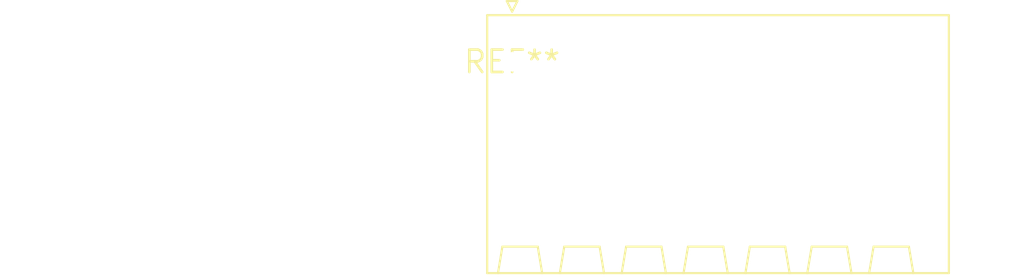
<source format=kicad_pcb>
(kicad_pcb (version 20240108) (generator pcbnew)
  (layers (0 "F.Cu" signal) (31 "B.Cu" signal) (34 "B.Paste" user) (35 "F.Paste" user) (36 "B.SilkS" user "B.Silkscreen") (37 "F.SilkS" user "F.Silkscreen") (38 "B.Mask" user) (39 "F.Mask" user) (44 "Edge.Cuts" user))
  (net 0 "")
  (footprint "PhoenixContact_SPT_1.5_7-H-3.5_1x07_P3.5mm_Horizontal" (layer "F.Cu") (at 0 0)
    (property "Reference" "REF**")
    (property "Value" "PhoenixContact_SPT_1.5_7-H-3.5_1x07_P3.5mm_Horizontal")
    (fp_line (start -1.41 -2.64) (end 24.71 -2.64) (layer "F.SilkS") (stroke (width 0.12)))
    (fp_line (start -1.41 11.98) (end -1.41 -2.64) (layer "F.SilkS") (stroke (width 0.12)))
    (fp_line (start -0.8 11.98) (end -0.55 10.48) (layer "F.SilkS") (stroke (width 0.12)))
    (fp_line (start -0.55 10.48) (end 1.45 10.48) (layer "F.SilkS") (stroke (width 0.12)))
    (fp_line (start -0.3 -3.44) (end 0 -2.84) (layer "F.SilkS") (stroke (width 0.12)))
    (fp_line (start -0.3 -3.44) (end 0.3 -3.44) (layer "F.SilkS") (stroke (width 0.12)))
    (fp_line (start 0.3 -3.44) (end 0 -2.84) (layer "F.SilkS") (stroke (width 0.12)))
    (fp_line (start 1.7 11.98) (end 1.45 10.48) (layer "F.SilkS") (stroke (width 0.12)))
    (fp_line (start 2.7 11.98) (end 2.95 10.48) (layer "F.SilkS") (stroke (width 0.12)))
    (fp_line (start 2.95 10.48) (end 4.95 10.48) (layer "F.SilkS") (stroke (width 0.12)))
    (fp_line (start 5.2 11.98) (end 4.95 10.48) (layer "F.SilkS") (stroke (width 0.12)))
    (fp_line (start 6.2 11.98) (end 6.45 10.48) (layer "F.SilkS") (stroke (width 0.12)))
    (fp_line (start 6.45 10.48) (end 8.45 10.48) (layer "F.SilkS") (stroke (width 0.12)))
    (fp_line (start 8.7 11.98) (end 8.45 10.48) (layer "F.SilkS") (stroke (width 0.12)))
    (fp_line (start 9.7 11.98) (end 9.95 10.48) (layer "F.SilkS") (stroke (width 0.12)))
    (fp_line (start 9.95 10.48) (end 11.95 10.48) (layer "F.SilkS") (stroke (width 0.12)))
    (fp_line (start 12.2 11.98) (end 11.95 10.48) (layer "F.SilkS") (stroke (width 0.12)))
    (fp_line (start 13.2 11.98) (end 13.45 10.48) (layer "F.SilkS") (stroke (width 0.12)))
    (fp_line (start 13.45 10.48) (end 15.45 10.48) (layer "F.SilkS") (stroke (width 0.12)))
    (fp_line (start 15.7 11.98) (end 15.45 10.48) (layer "F.SilkS") (stroke (width 0.12)))
    (fp_line (start 16.7 11.98) (end 16.95 10.48) (layer "F.SilkS") (stroke (width 0.12)))
    (fp_line (start 16.95 10.48) (end 18.95 10.48) (layer "F.SilkS") (stroke (width 0.12)))
    (fp_line (start 19.2 11.98) (end 18.95 10.48) (layer "F.SilkS") (stroke (width 0.12)))
    (fp_line (start 20.2 11.98) (end 20.45 10.48) (layer "F.SilkS") (stroke (width 0.12)))
    (fp_line (start 20.45 10.48) (end 22.45 10.48) (layer "F.SilkS") (stroke (width 0.12)))
    (fp_line (start 22.7 11.98) (end 22.45 10.48) (layer "F.SilkS") (stroke (width 0.12)))
    (fp_line (start 24.71 -2.64) (end 24.71 11.98) (layer "F.SilkS") (stroke (width 0.12)))
    (fp_line (start 24.71 11.98) (end -1.41 11.98) (layer "F.SilkS") (stroke (width 0.12)))
    (pad "1" thru_hole roundrect (at 0 0) (size 1.8 3.3) (drill 1.1) (layers *.Cu *.Mask) (remove_unused_layers) (roundrect_rratio 0.138889))
    (pad "1" thru_hole roundrect (at 0 8.2) (size 1.8 3.3) (drill 1.1) (layers *.Cu *.Mask) (remove_unused_layers) (roundrect_rratio 0.138889))
    (pad "2" thru_hole oval (at 3.5 0) (size 1.8 3.3) (drill 1.1) (layers *.Cu *.Mask) (remove_unused_layers))
    (pad "2" thru_hole oval (at 3.5 8.2) (size 1.8 3.3) (drill 1.1) (layers *.Cu *.Mask) (remove_unused_layers))
    (pad "3" thru_hole oval (at 7 0) (size 1.8 3.3) (drill 1.1) (layers *.Cu *.Mask) (remove_unused_layers))
    (pad "3" thru_hole oval (at 7 8.2) (size 1.8 3.3) (drill 1.1) (layers *.Cu *.Mask) (remove_unused_layers))
    (pad "4" thru_hole oval (at 10.5 0) (size 1.8 3.3) (drill 1.1) (layers *.Cu *.Mask) (remove_unused_layers))
    (pad "4" thru_hole oval (at 10.5 8.2) (size 1.8 3.3) (drill 1.1) (layers *.Cu *.Mask) (remove_unused_layers))
    (pad "5" thru_hole oval (at 14 0) (size 1.8 3.3) (drill 1.1) (layers *.Cu *.Mask) (remove_unused_layers))
    (pad "5" thru_hole oval (at 14 8.2) (size 1.8 3.3) (drill 1.1) (layers *.Cu *.Mask) (remove_unused_layers))
    (pad "6" thru_hole oval (at 17.5 0) (size 1.8 3.3) (drill 1.1) (layers *.Cu *.Mask) (remove_unused_layers))
    (pad "6" thru_hole oval (at 17.5 8.2) (size 1.8 3.3) (drill 1.1) (layers *.Cu *.Mask) (remove_unused_layers))
    (pad "7" thru_hole oval (at 21 0) (size 1.8 3.3) (drill 1.1) (layers *.Cu *.Mask) (remove_unused_layers))
    (pad "7" thru_hole oval (at 21 8.2) (size 1.8 3.3) (drill 1.1) (layers *.Cu *.Mask) (remove_unused_layers))
  )
)
</source>
